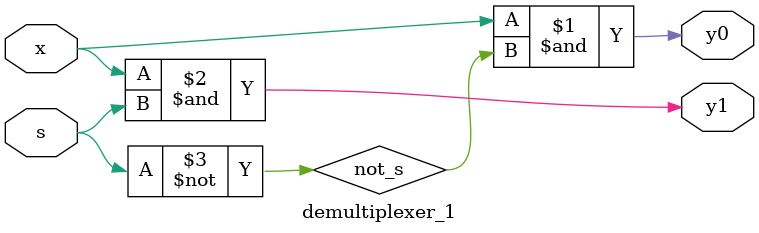
<source format=v>
`timescale 1ns / 1ps


module demultiplexer_1(
    input x, s,
    output y0, y1
    );
    
    wire not_s;
    
    not NOT1(not_s, s);
    and AND1(y0, x, not_s);
    and AND2(y1, x, s);
    
endmodule

</source>
